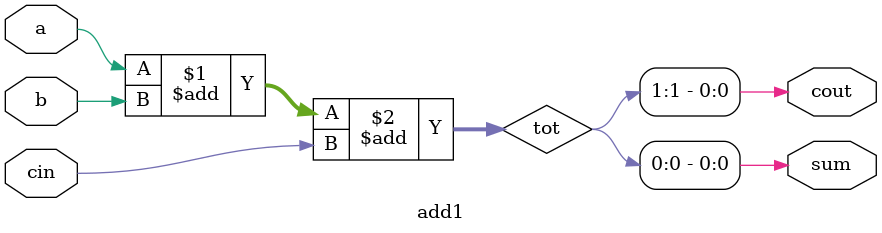
<source format=v>
module top_module (
    input [31:0] a,
    input [31:0] b,
    output [31:0] sum
);//
    wire cout1,cout2;
    wire [15:0]sum1,sum2;
    
    add16 ins1(a[15:0],b[15:0],1'b0,sum1,cout1);
    add16 ins2(a[31:16],b[31:16],cout1,sum2,cout2);
    assign sum = {sum2,sum1};

endmodule

module add1 ( input a, input b, input cin,   output sum, output cout );

// Full adder module here
    wire [1:0] tot;
    assign tot = a+b+cin;
    assign sum = tot[0];
    assign cout = tot[1];

endmodule

</source>
